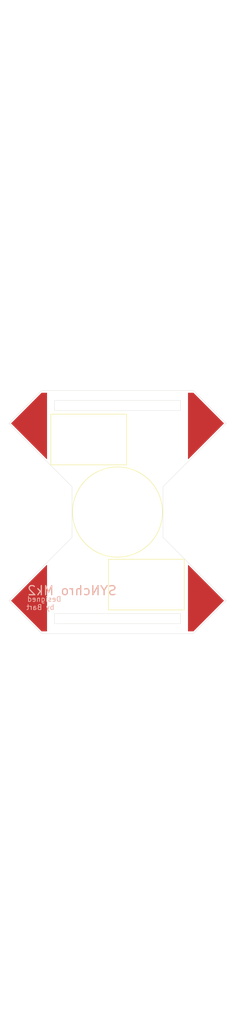
<source format=kicad_pcb>
(kicad_pcb (version 20171130) (host pcbnew 5.1.8-1.fc33)

  (general
    (thickness 1.6)
    (drawings 77)
    (tracks 0)
    (zones 0)
    (modules 0)
    (nets 1)
  )

  (page A4)
  (layers
    (0 F.Cu signal)
    (31 B.Cu signal)
    (32 B.Adhes user)
    (33 F.Adhes user)
    (34 B.Paste user)
    (35 F.Paste user)
    (36 B.SilkS user)
    (37 F.SilkS user)
    (38 B.Mask user)
    (39 F.Mask user)
    (40 Dwgs.User user)
    (41 Cmts.User user)
    (42 Eco1.User user)
    (43 Eco2.User user)
    (44 Edge.Cuts user)
    (45 Margin user)
    (46 B.CrtYd user)
    (47 F.CrtYd user)
    (48 B.Fab user)
    (49 F.Fab user)
  )

  (setup
    (last_trace_width 0.25)
    (trace_clearance 0.2)
    (zone_clearance 0.508)
    (zone_45_only no)
    (trace_min 0.2)
    (via_size 0.8)
    (via_drill 0.4)
    (via_min_size 0.4)
    (via_min_drill 0.3)
    (uvia_size 0.3)
    (uvia_drill 0.1)
    (uvias_allowed no)
    (uvia_min_size 0.2)
    (uvia_min_drill 0.1)
    (edge_width 0.05)
    (segment_width 0.2)
    (pcb_text_width 0.3)
    (pcb_text_size 1.5 1.5)
    (mod_edge_width 0.12)
    (mod_text_size 1 1)
    (mod_text_width 0.15)
    (pad_size 1.524 1.524)
    (pad_drill 0.762)
    (pad_to_mask_clearance 0.051)
    (solder_mask_min_width 0.25)
    (aux_axis_origin 0 0)
    (visible_elements 7FFFFFFF)
    (pcbplotparams
      (layerselection 0x010f0_7ffffffe)
      (usegerberextensions false)
      (usegerberattributes false)
      (usegerberadvancedattributes false)
      (creategerberjobfile false)
      (excludeedgelayer true)
      (linewidth 0.150000)
      (plotframeref false)
      (viasonmask false)
      (mode 1)
      (useauxorigin false)
      (hpglpennumber 1)
      (hpglpenspeed 20)
      (hpglpendiameter 15.000000)
      (psnegative false)
      (psa4output false)
      (plotreference true)
      (plotvalue true)
      (plotinvisibletext false)
      (padsonsilk false)
      (subtractmaskfromsilk false)
      (outputformat 1)
      (mirror false)
      (drillshape 0)
      (scaleselection 1)
      (outputdirectory "/home/bartosz/projekty/arm/workspace/Spinner/doc/case/V3/base/output/"))
  )

  (net 0 "")

  (net_class Default "To jest domyślna klasa połączeń."
    (clearance 0.2)
    (trace_width 0.25)
    (via_dia 0.8)
    (via_drill 0.4)
    (uvia_dia 0.3)
    (uvia_drill 0.1)
  )

  (gr_line (start 181 74) (end 181 75.6) (layer Eco1.User) (width 0.5) (tstamp 6142AC9E))
  (gr_line (start 181 96) (end 181 94.4) (layer Eco1.User) (width 0.5) (tstamp 6142AC9D))
  (gr_arc (start 160 85) (end 150.000001 64.300002) (angle -35.6) (layer Eco1.User) (width 0.5) (tstamp 6142AC9C))
  (gr_line (start 139 96) (end 139 94.4) (layer Eco1.User) (width 0.5) (tstamp 6142AC9B))
  (gr_arc (start 160 85) (end 181 94.4) (angle -48.2) (layer Eco1.User) (width 0.5) (tstamp 6142AC9A))
  (gr_line (start 139.810505 74.00572) (end 139 74) (layer Eco1.User) (width 0.5) (tstamp 6142AC99))
  (gr_line (start 139.8 96) (end 139 96) (layer Eco1.User) (width 0.5) (tstamp 6142AC98))
  (gr_line (start 180.2 74) (end 181 74) (layer Eco1.User) (width 0.5) (tstamp 6142AC97))
  (gr_line (start 170 95) (end 169.999999 105.699999) (layer Eco1.User) (width 0.5) (tstamp 6142AC96))
  (gr_line (start 170.005201 64.289231) (end 170 75) (layer Eco1.User) (width 0.5) (tstamp 6142AC95))
  (gr_line (start 139 74) (end 139 75.6) (layer Eco1.User) (width 0.5) (tstamp 6142AC94))
  (gr_arc (start 160 85) (end 180.2 74) (angle -35.6) (layer Eco1.User) (width 0.5) (tstamp 6142AC93))
  (gr_arc (start 160 85) (end 139 75.6) (angle -48.2) (layer Eco1.User) (width 0.5) (tstamp 6142AC92))
  (gr_line (start 149.994796 105.710768) (end 150 95) (layer Eco1.User) (width 0.5) (tstamp 6142AC91))
  (gr_line (start 180.189496 95.99428) (end 181 96) (layer Eco1.User) (width 0.5) (tstamp 6142AC90))
  (gr_line (start 150 95) (end 170 95) (layer Eco1.User) (width 0.5) (tstamp 6142AC8F))
  (gr_arc (start 160 85) (end 169.999999 105.699999) (angle -35.6) (layer Eco1.User) (width 0.5) (tstamp 6142AC8E))
  (gr_line (start 150 75) (end 150.000001 64.300002) (layer Eco1.User) (width 0.5) (tstamp 6142AC8D))
  (gr_line (start 170 75) (end 150 75) (layer Eco1.User) (width 0.5) (tstamp 6142AC8C))
  (gr_arc (start 160 85) (end 139.8 96) (angle -35.6) (layer Eco1.User) (width 0.5) (tstamp 6142AC8B))
  (gr_line (start 147.5 -16) (end 147.5 62.5) (layer Eco2.User) (width 0.15) (tstamp 6140A3E7))
  (gr_line (start 147.5 62.5) (end 172.5 62.5) (layer Eco2.User) (width 0.15) (tstamp 6140A3E6))
  (gr_line (start 172.5 62.5) (end 172.5 -16) (layer Eco2.User) (width 0.15) (tstamp 6140A3E5))
  (gr_line (start 172.5 -16) (end 147.5 -16) (layer Eco2.User) (width 0.15) (tstamp 6140A3E4))
  (gr_line (start 172.5 107.5) (end 147.5 107.5) (layer Eco2.User) (width 0.15) (tstamp 6140A3DA))
  (gr_line (start 172.5 186) (end 172.5 107.5) (layer Eco2.User) (width 0.15))
  (gr_line (start 147.5 186) (end 172.5 186) (layer Eco2.User) (width 0.15))
  (gr_line (start 147.5 107.5) (end 147.5 186) (layer Eco2.User) (width 0.15))
  (gr_circle (center 160 85) (end 181.6 85) (layer Eco2.User) (width 0.5))
  (gr_poly (pts (xy 174 108.5) (xy 175 108.5) (xy 181 102.5) (xy 174 95.5)) (layer F.Mask) (width 0.1) (tstamp 6140A329))
  (gr_poly (pts (xy 146 61.5) (xy 145 61.5) (xy 139 67.5) (xy 146 74.5)) (layer F.Mask) (width 0.1) (tstamp 6140A329))
  (gr_poly (pts (xy 174 61.5) (xy 175 61.5) (xy 181 67.5) (xy 174 74.5)) (layer F.Mask) (width 0.1) (tstamp 6140A329))
  (gr_poly (pts (xy 146 108.5) (xy 145 108.5) (xy 139 102.5) (xy 146 95.5)) (layer F.Mask) (width 0.1) (tstamp 6140A307))
  (gr_poly (pts (xy 146 61.5) (xy 145 61.5) (xy 139 67.5) (xy 146 74.5)) (layer F.Cu) (width 0.1) (tstamp 6140A2E5))
  (gr_poly (pts (xy 174 108.5) (xy 175 108.5) (xy 181 102.5) (xy 174 95.5)) (layer F.Cu) (width 0.1) (tstamp 6140A2E5))
  (gr_poly (pts (xy 174 61.5) (xy 175 61.5) (xy 181 67.5) (xy 174 74.5)) (layer F.Cu) (width 0.1) (tstamp 6140A2E5))
  (gr_poly (pts (xy 146 108.5) (xy 145 108.5) (xy 139 102.5) (xy 146 95.5)) (layer F.Cu) (width 0.1))
  (gr_line (start 181.5 67.5) (end 175 61) (layer Edge.Cuts) (width 0.05) (tstamp 6140A272))
  (gr_line (start 169 85) (end 169 80) (layer Edge.Cuts) (width 0.05) (tstamp 6140A271))
  (gr_line (start 169 80) (end 181.5 67.5) (layer Edge.Cuts) (width 0.05) (tstamp 6140A270))
  (gr_line (start 172.47 64.97) (end 172.47 62.97) (layer Edge.Cuts) (width 0.05) (tstamp 6140A26F))
  (gr_line (start 172.47 64.97) (end 160 64.97) (layer Edge.Cuts) (width 0.05) (tstamp 6140A26E))
  (gr_line (start 160 62.97) (end 172.47 62.97) (layer Edge.Cuts) (width 0.05) (tstamp 6140A26D))
  (gr_line (start 175 61) (end 160 61) (layer Edge.Cuts) (width 0.05) (tstamp 6140A26C))
  (gr_line (start 138.5 102.5) (end 145 109) (layer Edge.Cuts) (width 0.05) (tstamp 6140A272))
  (gr_line (start 151 85) (end 151 90) (layer Edge.Cuts) (width 0.05) (tstamp 6140A271))
  (gr_line (start 151 90) (end 138.5 102.5) (layer Edge.Cuts) (width 0.05) (tstamp 6140A270))
  (gr_line (start 147.53 105.03) (end 147.53 107.03) (layer Edge.Cuts) (width 0.05) (tstamp 6140A26F))
  (gr_line (start 147.53 105.03) (end 160 105.03) (layer Edge.Cuts) (width 0.05) (tstamp 6140A26E))
  (gr_line (start 160 107.03) (end 147.53 107.03) (layer Edge.Cuts) (width 0.05) (tstamp 6140A26D))
  (gr_line (start 145 109) (end 160 109) (layer Edge.Cuts) (width 0.05) (tstamp 6140A26C))
  (gr_line (start 181.5 102.5) (end 175 109) (layer Edge.Cuts) (width 0.05) (tstamp 6140A272))
  (gr_line (start 169 85) (end 169 90) (layer Edge.Cuts) (width 0.05) (tstamp 6140A271))
  (gr_line (start 169 90) (end 181.5 102.5) (layer Edge.Cuts) (width 0.05) (tstamp 6140A270))
  (gr_line (start 172.47 105.03) (end 172.47 107.03) (layer Edge.Cuts) (width 0.05) (tstamp 6140A26F))
  (gr_line (start 172.47 105.03) (end 160 105.03) (layer Edge.Cuts) (width 0.05) (tstamp 6140A26E))
  (gr_line (start 160 107.03) (end 172.47 107.03) (layer Edge.Cuts) (width 0.05) (tstamp 6140A26D))
  (gr_line (start 175 109) (end 160 109) (layer Edge.Cuts) (width 0.05) (tstamp 6140A26C))
  (gr_line (start 145 61) (end 160 61) (layer Edge.Cuts) (width 0.05))
  (gr_line (start 138.5 67.5) (end 145 61) (layer Edge.Cuts) (width 0.05))
  (gr_line (start 151 80) (end 138.5 67.5) (layer Edge.Cuts) (width 0.05))
  (gr_line (start 151 85) (end 151 80) (layer Edge.Cuts) (width 0.05))
  (gr_text "Designed\n  by Bart" (at 145.5 103) (layer B.SilkS)
    (effects (font (size 1 1) (thickness 0.15)) (justify mirror))
  )
  (gr_text "SYNchro Mk2" (at 151 100.5) (layer B.SilkS) (tstamp 6140A072)
    (effects (font (size 1.8 1.8) (thickness 0.25)) (justify mirror))
  )
  (gr_line (start 158.2 104.32) (end 173.2 104.32) (layer F.SilkS) (width 0.12) (tstamp 61409FCF))
  (gr_line (start 158.2 94.32) (end 158.2 104.32) (layer F.SilkS) (width 0.12) (tstamp 61409FCE))
  (gr_line (start 173.2 104.32) (end 173.2 94.32) (layer F.SilkS) (width 0.12) (tstamp 61409FCD))
  (gr_line (start 173.2 94.32) (end 158.2 94.32) (layer F.SilkS) (width 0.12) (tstamp 61409FCC))
  (gr_line (start 146.8 65.68) (end 146.8 75.68) (layer F.SilkS) (width 0.12) (tstamp 61409FCB))
  (gr_line (start 146.8 75.68) (end 161.8 75.68) (layer F.SilkS) (width 0.12) (tstamp 61409FCA))
  (gr_line (start 161.8 75.68) (end 161.8 65.68) (layer F.SilkS) (width 0.12) (tstamp 61409FC9))
  (gr_line (start 161.8 65.68) (end 146.8 65.68) (layer F.SilkS) (width 0.12) (tstamp 61409FC8))
  (gr_circle (center 160 85) (end 160.5 85) (layer Cmts.User) (width 0.15))
  (gr_circle (center 160 85) (end 168.9 85) (layer F.SilkS) (width 0.12))
  (gr_line (start 147.53 64.97) (end 160 64.97) (layer Edge.Cuts) (width 0.05) (tstamp 5DA19EB7))
  (gr_line (start 147.53 64.97) (end 147.53 62.97) (layer Edge.Cuts) (width 0.05) (tstamp 5DA19EB5))
  (gr_line (start 160 62.97) (end 147.53 62.97) (layer Edge.Cuts) (width 0.05) (tstamp 5DA19EB4))

)

</source>
